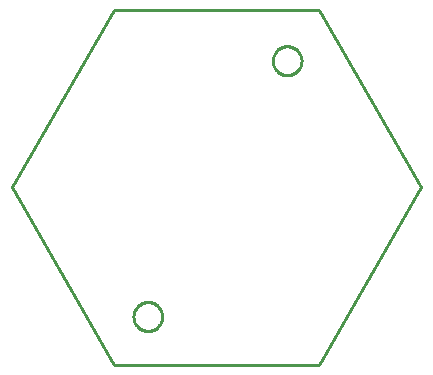
<source format=gbr>
G04 EAGLE Gerber RS-274X export*
G75*
%MOMM*%
%FSLAX34Y34*%
%LPD*%
%IN*%
%IPPOS*%
%AMOC8*
5,1,8,0,0,1.08239X$1,22.5*%
G01*
%ADD10C,0.254000*%


D10*
X173002Y346202D02*
X259602Y196202D01*
X432802Y196202D01*
X519402Y346202D01*
X432802Y496202D01*
X259602Y496202D01*
X173002Y346202D01*
X300381Y236383D02*
X300306Y235428D01*
X300156Y234481D01*
X299932Y233549D01*
X299636Y232637D01*
X299269Y231751D01*
X298833Y230897D01*
X298333Y230079D01*
X297769Y229304D01*
X297146Y228575D01*
X296469Y227897D01*
X295740Y227274D01*
X294964Y226711D01*
X294147Y226210D01*
X293292Y225775D01*
X292407Y225408D01*
X291495Y225112D01*
X290563Y224888D01*
X289616Y224738D01*
X288660Y224663D01*
X287701Y224663D01*
X286746Y224738D01*
X285799Y224888D01*
X284867Y225112D01*
X283955Y225408D01*
X283069Y225775D01*
X282215Y226210D01*
X281398Y226711D01*
X280622Y227274D01*
X279893Y227897D01*
X279215Y228575D01*
X278593Y229304D01*
X278029Y230079D01*
X277528Y230897D01*
X277093Y231751D01*
X276726Y232637D01*
X276430Y233549D01*
X276206Y234481D01*
X276056Y235428D01*
X275981Y236383D01*
X275981Y237342D01*
X276056Y238298D01*
X276206Y239245D01*
X276430Y240177D01*
X276726Y241089D01*
X277093Y241974D01*
X277528Y242828D01*
X278029Y243646D01*
X278593Y244421D01*
X279215Y245150D01*
X279893Y245828D01*
X280622Y246451D01*
X281398Y247014D01*
X282215Y247515D01*
X283069Y247951D01*
X283955Y248317D01*
X284867Y248614D01*
X285799Y248837D01*
X286746Y248987D01*
X287701Y249063D01*
X288660Y249063D01*
X289616Y248987D01*
X290563Y248837D01*
X291495Y248614D01*
X292407Y248317D01*
X293292Y247951D01*
X294147Y247515D01*
X294964Y247014D01*
X295740Y246451D01*
X296469Y245828D01*
X297146Y245150D01*
X297769Y244421D01*
X298333Y243646D01*
X298833Y242828D01*
X299269Y241974D01*
X299636Y241089D01*
X299932Y240177D01*
X300156Y239245D01*
X300306Y238298D01*
X300381Y237342D01*
X300381Y236383D01*
X418295Y452994D02*
X418220Y452039D01*
X418070Y451092D01*
X417846Y450160D01*
X417550Y449248D01*
X417183Y448362D01*
X416748Y447508D01*
X416247Y446691D01*
X415683Y445915D01*
X415061Y445186D01*
X414383Y444508D01*
X413654Y443886D01*
X412878Y443322D01*
X412061Y442821D01*
X411207Y442386D01*
X410321Y442019D01*
X409409Y441723D01*
X408477Y441499D01*
X407530Y441349D01*
X406575Y441274D01*
X405616Y441274D01*
X404660Y441349D01*
X403713Y441499D01*
X402781Y441723D01*
X401869Y442019D01*
X400984Y442386D01*
X400129Y442821D01*
X399312Y443322D01*
X398536Y443886D01*
X397807Y444508D01*
X397130Y445186D01*
X396507Y445915D01*
X395943Y446691D01*
X395443Y447508D01*
X395007Y448362D01*
X394640Y449248D01*
X394344Y450160D01*
X394120Y451092D01*
X393970Y452039D01*
X393895Y452994D01*
X393895Y453953D01*
X393970Y454909D01*
X394120Y455856D01*
X394344Y456788D01*
X394640Y457700D01*
X395007Y458585D01*
X395443Y459440D01*
X395943Y460257D01*
X396507Y461033D01*
X397130Y461762D01*
X397807Y462439D01*
X398536Y463062D01*
X399312Y463626D01*
X400129Y464126D01*
X400984Y464562D01*
X401869Y464929D01*
X402781Y465225D01*
X403713Y465449D01*
X404660Y465599D01*
X405616Y465674D01*
X406575Y465674D01*
X407530Y465599D01*
X408477Y465449D01*
X409409Y465225D01*
X410321Y464929D01*
X411207Y464562D01*
X412061Y464126D01*
X412878Y463626D01*
X413654Y463062D01*
X414383Y462439D01*
X415061Y461762D01*
X415683Y461033D01*
X416247Y460257D01*
X416748Y459440D01*
X417183Y458585D01*
X417550Y457700D01*
X417846Y456788D01*
X418070Y455856D01*
X418220Y454909D01*
X418295Y453953D01*
X418295Y452994D01*
M02*

</source>
